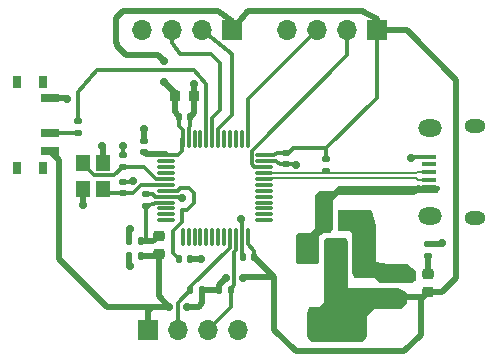
<source format=gbr>
%TF.GenerationSoftware,KiCad,Pcbnew,7.0.5-1.fc38*%
%TF.CreationDate,2023-06-26T00:30:19+03:00*%
%TF.ProjectId,stm32,73746d33-322e-46b6-9963-61645f706362,1.0*%
%TF.SameCoordinates,Original*%
%TF.FileFunction,Copper,L1,Top*%
%TF.FilePolarity,Positive*%
%FSLAX46Y46*%
G04 Gerber Fmt 4.6, Leading zero omitted, Abs format (unit mm)*
G04 Created by KiCad (PCBNEW 7.0.5-1.fc38) date 2023-06-26 00:30:19*
%MOMM*%
%LPD*%
G01*
G04 APERTURE LIST*
G04 Aperture macros list*
%AMRoundRect*
0 Rectangle with rounded corners*
0 $1 Rounding radius*
0 $2 $3 $4 $5 $6 $7 $8 $9 X,Y pos of 4 corners*
0 Add a 4 corners polygon primitive as box body*
4,1,4,$2,$3,$4,$5,$6,$7,$8,$9,$2,$3,0*
0 Add four circle primitives for the rounded corners*
1,1,$1+$1,$2,$3*
1,1,$1+$1,$4,$5*
1,1,$1+$1,$6,$7*
1,1,$1+$1,$8,$9*
0 Add four rect primitives between the rounded corners*
20,1,$1+$1,$2,$3,$4,$5,0*
20,1,$1+$1,$4,$5,$6,$7,0*
20,1,$1+$1,$6,$7,$8,$9,0*
20,1,$1+$1,$8,$9,$2,$3,0*%
G04 Aperture macros list end*
%TA.AperFunction,SMDPad,CuDef*%
%ADD10R,0.800000X1.000000*%
%TD*%
%TA.AperFunction,SMDPad,CuDef*%
%ADD11R,1.500000X0.700000*%
%TD*%
%TA.AperFunction,SMDPad,CuDef*%
%ADD12R,1.200000X1.400000*%
%TD*%
%TA.AperFunction,SMDPad,CuDef*%
%ADD13R,1.500000X2.000000*%
%TD*%
%TA.AperFunction,SMDPad,CuDef*%
%ADD14R,3.800000X2.000000*%
%TD*%
%TA.AperFunction,SMDPad,CuDef*%
%ADD15RoundRect,0.075000X-0.662500X-0.075000X0.662500X-0.075000X0.662500X0.075000X-0.662500X0.075000X0*%
%TD*%
%TA.AperFunction,SMDPad,CuDef*%
%ADD16RoundRect,0.075000X-0.075000X-0.662500X0.075000X-0.662500X0.075000X0.662500X-0.075000X0.662500X0*%
%TD*%
%TA.AperFunction,SMDPad,CuDef*%
%ADD17RoundRect,0.135000X-0.135000X-0.185000X0.135000X-0.185000X0.135000X0.185000X-0.135000X0.185000X0*%
%TD*%
%TA.AperFunction,SMDPad,CuDef*%
%ADD18RoundRect,0.135000X0.135000X0.185000X-0.135000X0.185000X-0.135000X-0.185000X0.135000X-0.185000X0*%
%TD*%
%TA.AperFunction,SMDPad,CuDef*%
%ADD19RoundRect,0.135000X0.185000X-0.135000X0.185000X0.135000X-0.185000X0.135000X-0.185000X-0.135000X0*%
%TD*%
%TA.AperFunction,SMDPad,CuDef*%
%ADD20RoundRect,0.135000X-0.185000X0.135000X-0.185000X-0.135000X0.185000X-0.135000X0.185000X0.135000X0*%
%TD*%
%TA.AperFunction,ComponentPad*%
%ADD21R,1.700000X1.700000*%
%TD*%
%TA.AperFunction,ComponentPad*%
%ADD22O,1.700000X1.700000*%
%TD*%
%TA.AperFunction,SMDPad,CuDef*%
%ADD23R,1.300000X0.450000*%
%TD*%
%TA.AperFunction,ComponentPad*%
%ADD24O,2.000000X1.450000*%
%TD*%
%TA.AperFunction,ComponentPad*%
%ADD25O,1.800000X1.150000*%
%TD*%
%TA.AperFunction,SMDPad,CuDef*%
%ADD26RoundRect,0.218750X-0.256250X0.218750X-0.256250X-0.218750X0.256250X-0.218750X0.256250X0.218750X0*%
%TD*%
%TA.AperFunction,SMDPad,CuDef*%
%ADD27RoundRect,0.250000X-0.250000X-0.475000X0.250000X-0.475000X0.250000X0.475000X-0.250000X0.475000X0*%
%TD*%
%TA.AperFunction,SMDPad,CuDef*%
%ADD28RoundRect,0.250000X0.475000X-0.250000X0.475000X0.250000X-0.475000X0.250000X-0.475000X-0.250000X0*%
%TD*%
%TA.AperFunction,SMDPad,CuDef*%
%ADD29RoundRect,0.140000X0.170000X-0.140000X0.170000X0.140000X-0.170000X0.140000X-0.170000X-0.140000X0*%
%TD*%
%TA.AperFunction,SMDPad,CuDef*%
%ADD30RoundRect,0.140000X-0.140000X-0.170000X0.140000X-0.170000X0.140000X0.170000X-0.140000X0.170000X0*%
%TD*%
%TA.AperFunction,SMDPad,CuDef*%
%ADD31RoundRect,0.140000X0.140000X0.170000X-0.140000X0.170000X-0.140000X-0.170000X0.140000X-0.170000X0*%
%TD*%
%TA.AperFunction,SMDPad,CuDef*%
%ADD32RoundRect,0.225000X-0.225000X-0.250000X0.225000X-0.250000X0.225000X0.250000X-0.225000X0.250000X0*%
%TD*%
%TA.AperFunction,SMDPad,CuDef*%
%ADD33RoundRect,0.140000X-0.170000X0.140000X-0.170000X-0.140000X0.170000X-0.140000X0.170000X0.140000X0*%
%TD*%
%TA.AperFunction,ViaPad*%
%ADD34C,0.700000*%
%TD*%
%TA.AperFunction,Conductor*%
%ADD35C,0.300000*%
%TD*%
%TA.AperFunction,Conductor*%
%ADD36C,0.500000*%
%TD*%
%TA.AperFunction,Conductor*%
%ADD37C,0.200000*%
%TD*%
G04 APERTURE END LIST*
D10*
%TO.P,SW1,*%
%TO.N,*%
X110980000Y-57050000D03*
X108770000Y-49750000D03*
X108770000Y-57050000D03*
X110980000Y-49750000D03*
D11*
%TO.P,SW1,1,A*%
%TO.N,GND*%
X111630000Y-51150000D03*
%TO.P,SW1,2,B*%
%TO.N,/SW_BOOT0*%
X111630000Y-54150000D03*
%TO.P,SW1,3,C*%
%TO.N,+3.3V*%
X111630000Y-55650000D03*
%TD*%
D12*
%TO.P,Y1,1,1*%
%TO.N,/HSE_IN*%
X114400000Y-56620000D03*
%TO.P,Y1,2,2*%
%TO.N,GND*%
X114400000Y-58820000D03*
%TO.P,Y1,3,3*%
%TO.N,/HSE_OUT*%
X116100000Y-58820000D03*
%TO.P,Y1,4,4*%
%TO.N,GND*%
X116100000Y-56620000D03*
%TD*%
D13*
%TO.P,U2,1,GND*%
%TO.N,GND*%
X138100000Y-64050000D03*
D14*
%TO.P,U2,2,VO*%
%TO.N,+3.3V*%
X135800000Y-70350000D03*
D13*
X135800000Y-64050000D03*
%TO.P,U2,3,VI*%
%TO.N,VBUS*%
X133500000Y-64050000D03*
%TD*%
D15*
%TO.P,U1,1,VBAT*%
%TO.N,+3.3V*%
X121425000Y-56000000D03*
%TO.P,U1,2,PC13*%
%TO.N,unconnected-(U1-PC13-Pad2)*%
X121425000Y-56500000D03*
%TO.P,U1,3,PC14*%
%TO.N,unconnected-(U1-PC14-Pad3)*%
X121425000Y-57000000D03*
%TO.P,U1,4,PC15*%
%TO.N,unconnected-(U1-PC15-Pad4)*%
X121425000Y-57500000D03*
%TO.P,U1,5,PD0*%
%TO.N,/HSE_IN*%
X121425000Y-58000000D03*
%TO.P,U1,6,PD1*%
%TO.N,/HSE_OUT*%
X121425000Y-58500000D03*
%TO.P,U1,7,NRST*%
%TO.N,/NRST*%
X121425000Y-59000000D03*
%TO.P,U1,8,VSSA*%
%TO.N,GND*%
X121425000Y-59500000D03*
%TO.P,U1,9,VDDA*%
%TO.N,+3.3VA*%
X121425000Y-60000000D03*
%TO.P,U1,10,PA0*%
%TO.N,unconnected-(U1-PA0-Pad10)*%
X121425000Y-60500000D03*
%TO.P,U1,11,PA1*%
%TO.N,unconnected-(U1-PA1-Pad11)*%
X121425000Y-61000000D03*
%TO.P,U1,12,PA2*%
%TO.N,unconnected-(U1-PA2-Pad12)*%
X121425000Y-61500000D03*
D16*
%TO.P,U1,13,PA3*%
%TO.N,unconnected-(U1-PA3-Pad13)*%
X122837500Y-62912500D03*
%TO.P,U1,14,PA4*%
%TO.N,unconnected-(U1-PA4-Pad14)*%
X123337500Y-62912500D03*
%TO.P,U1,15,PA5*%
%TO.N,unconnected-(U1-PA5-Pad15)*%
X123837500Y-62912500D03*
%TO.P,U1,16,PA6*%
%TO.N,unconnected-(U1-PA6-Pad16)*%
X124337500Y-62912500D03*
%TO.P,U1,17,PA7*%
%TO.N,unconnected-(U1-PA7-Pad17)*%
X124837500Y-62912500D03*
%TO.P,U1,18,PB0*%
%TO.N,unconnected-(U1-PB0-Pad18)*%
X125337500Y-62912500D03*
%TO.P,U1,19,PB1*%
%TO.N,unconnected-(U1-PB1-Pad19)*%
X125837500Y-62912500D03*
%TO.P,U1,20,PB2*%
%TO.N,unconnected-(U1-PB2-Pad20)*%
X126337500Y-62912500D03*
%TO.P,U1,21,PB10*%
%TO.N,/I2C2_SCL*%
X126837500Y-62912500D03*
%TO.P,U1,22,PB11*%
%TO.N,/I2C2_SDA*%
X127337500Y-62912500D03*
%TO.P,U1,23,VSS*%
%TO.N,GND*%
X127837500Y-62912500D03*
%TO.P,U1,24,VDD*%
%TO.N,+3.3V*%
X128337500Y-62912500D03*
D15*
%TO.P,U1,25,PB12*%
%TO.N,unconnected-(U1-PB12-Pad25)*%
X129750000Y-61500000D03*
%TO.P,U1,26,PB13*%
%TO.N,unconnected-(U1-PB13-Pad26)*%
X129750000Y-61000000D03*
%TO.P,U1,27,PB14*%
%TO.N,unconnected-(U1-PB14-Pad27)*%
X129750000Y-60500000D03*
%TO.P,U1,28,PB15*%
%TO.N,unconnected-(U1-PB15-Pad28)*%
X129750000Y-60000000D03*
%TO.P,U1,29,PA8*%
%TO.N,unconnected-(U1-PA8-Pad29)*%
X129750000Y-59500000D03*
%TO.P,U1,30,PA9*%
%TO.N,unconnected-(U1-PA9-Pad30)*%
X129750000Y-59000000D03*
%TO.P,U1,31,PA10*%
%TO.N,unconnected-(U1-PA10-Pad31)*%
X129750000Y-58500000D03*
%TO.P,U1,32,PA11*%
%TO.N,/USB_D-*%
X129750000Y-58000000D03*
%TO.P,U1,33,PA12*%
%TO.N,/USB_D+*%
X129750000Y-57500000D03*
%TO.P,U1,34,PA13*%
%TO.N,/SWDIO*%
X129750000Y-57000000D03*
%TO.P,U1,35,VSS*%
%TO.N,GND*%
X129750000Y-56500000D03*
%TO.P,U1,36,VDD*%
%TO.N,+3.3V*%
X129750000Y-56000000D03*
D16*
%TO.P,U1,37,PA14*%
%TO.N,/SWCLK*%
X128337500Y-54587500D03*
%TO.P,U1,38,PA15*%
%TO.N,unconnected-(U1-PA15-Pad38)*%
X127837500Y-54587500D03*
%TO.P,U1,39,PB3*%
%TO.N,unconnected-(U1-PB3-Pad39)*%
X127337500Y-54587500D03*
%TO.P,U1,40,PB4*%
%TO.N,unconnected-(U1-PB4-Pad40)*%
X126837500Y-54587500D03*
%TO.P,U1,41,PB5*%
%TO.N,unconnected-(U1-PB5-Pad41)*%
X126337500Y-54587500D03*
%TO.P,U1,42,PB6*%
%TO.N,/USART1_TX*%
X125837500Y-54587500D03*
%TO.P,U1,43,PB7*%
%TO.N,/USART1_RX*%
X125337500Y-54587500D03*
%TO.P,U1,44,BOOT0*%
%TO.N,/BOOT0*%
X124837500Y-54587500D03*
%TO.P,U1,45,PB8*%
%TO.N,unconnected-(U1-PB8-Pad45)*%
X124337500Y-54587500D03*
%TO.P,U1,46,PB9*%
%TO.N,unconnected-(U1-PB9-Pad46)*%
X123837500Y-54587500D03*
%TO.P,U1,47,VSS*%
%TO.N,GND*%
X123337500Y-54587500D03*
%TO.P,U1,48,VDD*%
%TO.N,+3.3V*%
X122837500Y-54587500D03*
%TD*%
D17*
%TO.P,R5,2*%
%TO.N,/I2C2_SDA*%
X126910000Y-67400000D03*
%TO.P,R5,1*%
%TO.N,+3.3V*%
X125890000Y-67400000D03*
%TD*%
D18*
%TO.P,R4,1*%
%TO.N,+3.3V*%
X124510000Y-67400000D03*
%TO.P,R4,2*%
%TO.N,/I2C2_SCL*%
X123490000Y-67400000D03*
%TD*%
D19*
%TO.P,R3,1*%
%TO.N,/PWR_LED_K*%
X143600000Y-64510000D03*
%TO.P,R3,2*%
%TO.N,GND*%
X143600000Y-63490000D03*
%TD*%
D20*
%TO.P,R2,2*%
%TO.N,/USB_D+*%
X135000000Y-57310000D03*
%TO.P,R2,1*%
%TO.N,+3.3V*%
X135000000Y-56290000D03*
%TD*%
D19*
%TO.P,R1,1*%
%TO.N,/SW_BOOT0*%
X114000000Y-54110000D03*
%TO.P,R1,2*%
%TO.N,/BOOT0*%
X114000000Y-53090000D03*
%TD*%
D21*
%TO.P,J4,1,Pin_1*%
%TO.N,+3.3V*%
X119860000Y-70800000D03*
D22*
%TO.P,J4,2,Pin_2*%
%TO.N,/I2C2_SCL*%
X122400000Y-70800000D03*
%TO.P,J4,3,Pin_3*%
%TO.N,/I2C2_SDA*%
X124940000Y-70800000D03*
%TO.P,J4,4,Pin_4*%
%TO.N,GND*%
X127480000Y-70800000D03*
%TD*%
D21*
%TO.P,J3,1,Pin_1*%
%TO.N,+3.3V*%
X127000000Y-45400000D03*
D22*
%TO.P,J3,2,Pin_2*%
%TO.N,/USART1_TX*%
X124460000Y-45400000D03*
%TO.P,J3,3,Pin_3*%
%TO.N,/USART1_RX*%
X121920000Y-45400000D03*
%TO.P,J3,4,Pin_4*%
%TO.N,GND*%
X119380000Y-45400000D03*
%TD*%
D21*
%TO.P,J2,1,Pin_1*%
%TO.N,+3.3V*%
X139280000Y-45400000D03*
D22*
%TO.P,J2,2,Pin_2*%
%TO.N,/SWDIO*%
X136740000Y-45400000D03*
%TO.P,J2,3,Pin_3*%
%TO.N,/SWCLK*%
X134200000Y-45400000D03*
%TO.P,J2,4,Pin_4*%
%TO.N,GND*%
X131660000Y-45400000D03*
%TD*%
D23*
%TO.P,J1,1,VBUS*%
%TO.N,VBUS*%
X143700000Y-58700000D03*
%TO.P,J1,2,D-*%
%TO.N,/USB_D-*%
X143700000Y-58050000D03*
%TO.P,J1,3,D+*%
%TO.N,/USB_D+*%
X143700000Y-57400000D03*
%TO.P,J1,4,ID*%
%TO.N,unconnected-(J1-ID-Pad4)*%
X143700000Y-56750000D03*
%TO.P,J1,5,GND*%
%TO.N,GND*%
X143700000Y-56100000D03*
D24*
%TO.P,J1,6,Shield*%
%TO.N,N/C*%
X143750000Y-61125000D03*
X143750000Y-53675000D03*
D25*
X147550000Y-61275000D03*
X147550000Y-53525000D03*
%TD*%
D26*
%TO.P,FB1,1*%
%TO.N,+3.3VA*%
X120800000Y-62812500D03*
%TO.P,FB1,2*%
%TO.N,+3.3V*%
X120800000Y-64387500D03*
%TD*%
%TO.P,D1,1,K*%
%TO.N,/PWR_LED_K*%
X143600000Y-66012500D03*
%TO.P,D1,2,A*%
%TO.N,+3.3V*%
X143600000Y-67587500D03*
%TD*%
D27*
%TO.P,C13,1*%
%TO.N,VBUS*%
X134850000Y-61600000D03*
%TO.P,C13,2*%
%TO.N,GND*%
X136750000Y-61600000D03*
%TD*%
D28*
%TO.P,C12,1*%
%TO.N,+3.3V*%
X140600000Y-68000000D03*
%TO.P,C12,2*%
%TO.N,GND*%
X140600000Y-66100000D03*
%TD*%
D29*
%TO.P,C11,1*%
%TO.N,/HSE_OUT*%
X117750000Y-59200000D03*
%TO.P,C11,2*%
%TO.N,GND*%
X117750000Y-58240000D03*
%TD*%
%TO.P,C10,1*%
%TO.N,/HSE_IN*%
X117750000Y-56970000D03*
%TO.P,C10,2*%
%TO.N,GND*%
X117750000Y-56010000D03*
%TD*%
D30*
%TO.P,C9,1*%
%TO.N,/NRST*%
X122520000Y-64750000D03*
%TO.P,C9,2*%
%TO.N,GND*%
X123480000Y-64750000D03*
%TD*%
D31*
%TO.P,C8,1*%
%TO.N,+3.3V*%
X119280000Y-64500000D03*
%TO.P,C8,2*%
%TO.N,GND*%
X118320000Y-64500000D03*
%TD*%
%TO.P,C7,1*%
%TO.N,+3.3VA*%
X119280000Y-63250000D03*
%TO.P,C7,2*%
%TO.N,GND*%
X118320000Y-63250000D03*
%TD*%
D29*
%TO.P,C6,2*%
%TO.N,GND*%
X119750000Y-59290000D03*
%TO.P,C6,1*%
%TO.N,+3.3VA*%
X119750000Y-60250000D03*
%TD*%
D32*
%TO.P,C5,1*%
%TO.N,+3.3V*%
X122225000Y-51000000D03*
%TO.P,C5,2*%
%TO.N,GND*%
X123775000Y-51000000D03*
%TD*%
D29*
%TO.P,C4,1*%
%TO.N,+3.3V*%
X119587500Y-55730000D03*
%TO.P,C4,2*%
%TO.N,GND*%
X119587500Y-54770000D03*
%TD*%
D31*
%TO.P,C3,1*%
%TO.N,+3.3V*%
X128880000Y-64600000D03*
%TO.P,C3,2*%
%TO.N,GND*%
X127920000Y-64600000D03*
%TD*%
D33*
%TO.P,C2,1*%
%TO.N,+3.3V*%
X131587500Y-55770000D03*
%TO.P,C2,2*%
%TO.N,GND*%
X131587500Y-56730000D03*
%TD*%
D30*
%TO.P,C1,2*%
%TO.N,GND*%
X123480000Y-52750000D03*
%TO.P,C1,1*%
%TO.N,+3.3V*%
X122520000Y-52750000D03*
%TD*%
D34*
%TO.N,GND*%
X118600000Y-58200000D03*
X142200000Y-56200000D03*
%TO.N,+3.3V*%
X121250000Y-48000000D03*
X121250000Y-49750000D03*
%TO.N,GND*%
X116000000Y-55200000D03*
X132400000Y-56800000D03*
X144800000Y-63400000D03*
%TO.N,+3.3V*%
X123200000Y-68800000D03*
X121700500Y-68800000D03*
X126500500Y-66400000D03*
X127899500Y-66400000D03*
%TO.N,GND*%
X117800000Y-55200000D03*
X142200000Y-66200000D03*
X137600000Y-65800000D03*
X138600000Y-65800000D03*
X138200000Y-62000000D03*
X138200000Y-61000000D03*
X122800000Y-59600000D03*
X127800000Y-61400000D03*
X123800000Y-50000000D03*
X113000000Y-51200000D03*
X118400000Y-65400000D03*
X118400000Y-62200000D03*
X114400000Y-60200000D03*
X124400000Y-64800000D03*
X119600000Y-53800000D03*
%TD*%
D35*
%TO.N,GND*%
X118600000Y-58200000D02*
X118360000Y-58240000D01*
X118360000Y-58240000D02*
X117750000Y-58240000D01*
D36*
%TO.N,+3.3V*%
X127000000Y-45400000D02*
X128400000Y-43800000D01*
X128400000Y-43800000D02*
X138000000Y-43800000D01*
X138000000Y-43800000D02*
X139280000Y-44480000D01*
X139280000Y-44480000D02*
X139280000Y-45400000D01*
D35*
%TO.N,GND*%
X142300000Y-56100000D02*
X142200000Y-56200000D01*
X143700000Y-56100000D02*
X142300000Y-56100000D01*
D36*
%TO.N,+3.3V*%
X121250000Y-48000000D02*
X120750000Y-47500000D01*
X117200000Y-44400000D02*
X117800000Y-43800000D01*
X120750000Y-47500000D02*
X118000000Y-47500000D01*
X118000000Y-47500000D02*
X117250000Y-46750000D01*
X117250000Y-46750000D02*
X117250000Y-46500000D01*
X117200000Y-46450000D02*
X117200000Y-44400000D01*
X117250000Y-46500000D02*
X117200000Y-46450000D01*
X117800000Y-43800000D02*
X125800000Y-43800000D01*
X125800000Y-43800000D02*
X127000000Y-44600000D01*
X127000000Y-44600000D02*
X127000000Y-45400000D01*
X122225000Y-51000000D02*
X122225000Y-50725000D01*
X122225000Y-50725000D02*
X121250000Y-49750000D01*
D35*
X135000000Y-55400000D02*
X139280000Y-51120000D01*
X139280000Y-51120000D02*
X139280000Y-45400000D01*
X131587500Y-55770000D02*
X131830000Y-55770000D01*
X131830000Y-55770000D02*
X132200000Y-55400000D01*
X135000000Y-55400000D02*
X135000000Y-56290000D01*
X132200000Y-55400000D02*
X135000000Y-55400000D01*
%TO.N,/SWDIO*%
X136740000Y-47540000D02*
X136740000Y-45400000D01*
X128662500Y-55617500D02*
X136740000Y-47540000D01*
X128662500Y-56751041D02*
X128662500Y-55617500D01*
X128911459Y-57000000D02*
X128662500Y-56751041D01*
X129750000Y-57000000D02*
X128911459Y-57000000D01*
%TO.N,+3.3V*%
X122400000Y-56000000D02*
X121425000Y-56000000D01*
D36*
%TO.N,+3.3VA*%
X119280000Y-63250000D02*
X119800000Y-63250000D01*
X119800000Y-63250000D02*
X120362500Y-63250000D01*
D35*
X119750000Y-60250000D02*
X119750000Y-63200000D01*
X119750000Y-63200000D02*
X119800000Y-63250000D01*
D36*
X120362500Y-63250000D02*
X120800000Y-62812500D01*
%TO.N,GND*%
X116100000Y-55300000D02*
X116000000Y-55200000D01*
X116100000Y-56620000D02*
X116100000Y-55300000D01*
D35*
%TO.N,+3.3V*%
X122837500Y-54587500D02*
X122800000Y-54625000D01*
X122800000Y-54625000D02*
X122800000Y-55600000D01*
X122800000Y-55600000D02*
X122400000Y-56000000D01*
D36*
X119587500Y-55730000D02*
X119757500Y-55900000D01*
X119757500Y-55900000D02*
X121425000Y-55900000D01*
D35*
%TO.N,GND*%
X132330000Y-56730000D02*
X132400000Y-56800000D01*
X131587500Y-56730000D02*
X132330000Y-56730000D01*
D36*
X144710000Y-63490000D02*
X144800000Y-63400000D01*
X143600000Y-63490000D02*
X144710000Y-63490000D01*
%TO.N,+3.3V*%
X139280000Y-45400000D02*
X141800000Y-45400000D01*
X141800000Y-45400000D02*
X146000000Y-49600000D01*
X146000000Y-49600000D02*
X146000000Y-66400000D01*
X146000000Y-66400000D02*
X144800000Y-67600000D01*
X144800000Y-67600000D02*
X144787500Y-67587500D01*
X144787500Y-67587500D02*
X143600000Y-67587500D01*
%TO.N,/PWR_LED_K*%
X143600000Y-64510000D02*
X143600000Y-66012500D01*
%TO.N,+3.3V*%
X119280000Y-64500000D02*
X120687500Y-64500000D01*
X120687500Y-64500000D02*
X120800000Y-64387500D01*
X116400000Y-68800000D02*
X112400000Y-64800000D01*
X120200000Y-68800000D02*
X116400000Y-68800000D01*
X112400000Y-56420000D02*
X111630000Y-55650000D01*
X112400000Y-64800000D02*
X112400000Y-56420000D01*
X119860000Y-70800000D02*
X119860000Y-69140000D01*
X120200000Y-68800000D02*
X121700500Y-68800000D01*
X119860000Y-69140000D02*
X120200000Y-68800000D01*
X124200000Y-68800000D02*
X123200000Y-68800000D01*
X124400000Y-68600000D02*
X124200000Y-68800000D01*
X124510000Y-67400000D02*
X124510000Y-68490000D01*
X124510000Y-68490000D02*
X124400000Y-68600000D01*
X121700500Y-68800000D02*
X120800000Y-67899500D01*
X120800000Y-67899500D02*
X120800000Y-64387500D01*
X125890000Y-67400000D02*
X124510000Y-67400000D01*
X125890000Y-67010500D02*
X125890000Y-67400000D01*
X130600000Y-66320000D02*
X127979500Y-66320000D01*
X127979500Y-66320000D02*
X127899500Y-66400000D01*
X126500500Y-66400000D02*
X125890000Y-67010500D01*
X143187500Y-68000000D02*
X143000000Y-68187500D01*
X143000000Y-68187500D02*
X143000000Y-71200000D01*
X143000000Y-71200000D02*
X141600000Y-72600000D01*
X132400000Y-72600000D02*
X130600000Y-70800000D01*
X141600000Y-72600000D02*
X132400000Y-72600000D01*
X130600000Y-66320000D02*
X128880000Y-64600000D01*
X130600000Y-70800000D02*
X130600000Y-66320000D01*
X140600000Y-68000000D02*
X143187500Y-68000000D01*
X143187500Y-68000000D02*
X143600000Y-67587500D01*
D35*
%TO.N,GND*%
X117750000Y-55250000D02*
X117800000Y-55200000D01*
X117750000Y-56010000D02*
X117750000Y-55250000D01*
%TO.N,/NRST*%
X121425000Y-59000000D02*
X122410050Y-59000000D01*
X122410050Y-59000000D02*
X122610050Y-58800000D01*
X122610050Y-58800000D02*
X123400000Y-58800000D01*
X123400000Y-58800000D02*
X123800000Y-59200000D01*
X123800000Y-59200000D02*
X123800000Y-60000000D01*
X123800000Y-60000000D02*
X123200000Y-60600000D01*
X123200000Y-60600000D02*
X122800000Y-60600000D01*
X122800000Y-60600000D02*
X122800000Y-61611459D01*
X122800000Y-61611459D02*
X122000000Y-62411459D01*
X122000000Y-62411459D02*
X122000000Y-64230000D01*
X122000000Y-64230000D02*
X122520000Y-64750000D01*
%TO.N,GND*%
X122700000Y-59500000D02*
X122800000Y-59600000D01*
X121425000Y-59500000D02*
X122700000Y-59500000D01*
X127837500Y-61437500D02*
X127800000Y-61400000D01*
X127837500Y-62912500D02*
X127837500Y-61437500D01*
D36*
X123775000Y-50025000D02*
X123800000Y-50000000D01*
X123775000Y-51000000D02*
X123775000Y-50025000D01*
X112950000Y-51150000D02*
X113000000Y-51200000D01*
X111630000Y-51150000D02*
X112950000Y-51150000D01*
X118320000Y-65320000D02*
X118400000Y-65400000D01*
X118320000Y-64500000D02*
X118320000Y-65320000D01*
X118320000Y-62280000D02*
X118400000Y-62200000D01*
X118320000Y-63250000D02*
X118320000Y-62280000D01*
X114400000Y-58820000D02*
X114400000Y-60200000D01*
X124350000Y-64750000D02*
X124400000Y-64800000D01*
X123480000Y-64750000D02*
X124350000Y-64750000D01*
X119587500Y-53812500D02*
X119600000Y-53800000D01*
X119587500Y-54770000D02*
X119587500Y-53812500D01*
D35*
%TO.N,/I2C2_SDA*%
X126910000Y-67400000D02*
X126910000Y-68830000D01*
X126910000Y-68830000D02*
X124940000Y-70800000D01*
%TO.N,/I2C2_SCL*%
X122400000Y-70800000D02*
X122400000Y-68490000D01*
X122400000Y-68490000D02*
X123490000Y-67400000D01*
X126837500Y-62912500D02*
X126837500Y-63836394D01*
X123490000Y-67183894D02*
X123490000Y-67400000D01*
X126837500Y-63836394D02*
X123490000Y-67183894D01*
%TO.N,/I2C2_SDA*%
X127337500Y-62912500D02*
X127337500Y-63979535D01*
X127200000Y-67000000D02*
X126910000Y-67400000D01*
X127337500Y-63979535D02*
X127200000Y-64200000D01*
X127200000Y-64200000D02*
X127200000Y-67000000D01*
%TO.N,+3.3V*%
X128337500Y-62912500D02*
X128337500Y-63537500D01*
X128337500Y-63537500D02*
X128880000Y-64080000D01*
X128880000Y-64080000D02*
X128880000Y-64600000D01*
%TO.N,/SW_BOOT0*%
X114000000Y-54110000D02*
X111670000Y-54110000D01*
X111670000Y-54110000D02*
X111630000Y-54150000D01*
%TO.N,/BOOT0*%
X124837500Y-54587500D02*
X124837500Y-50000000D01*
X124837500Y-50000000D02*
X123800000Y-48800000D01*
X114000000Y-50600000D02*
X114000000Y-53090000D01*
X123800000Y-48800000D02*
X115600000Y-48800000D01*
X115600000Y-48800000D02*
X114000000Y-50600000D01*
%TO.N,/USART1_RX*%
X125337500Y-54587500D02*
X125337500Y-52862500D01*
X125337500Y-52862500D02*
X126000000Y-52200000D01*
X126000000Y-52200000D02*
X126000000Y-48200000D01*
X125200000Y-47400000D02*
X122600000Y-47400000D01*
X126000000Y-48200000D02*
X125200000Y-47400000D01*
X122600000Y-47400000D02*
X122000000Y-46600000D01*
X122000000Y-46600000D02*
X121920000Y-46480000D01*
X121920000Y-46480000D02*
X121920000Y-45400000D01*
%TO.N,/USART1_TX*%
X125837500Y-54587500D02*
X125837500Y-53748959D01*
X127000000Y-47400000D02*
X124460000Y-45400000D01*
X125837500Y-53748959D02*
X127000000Y-52586459D01*
X127000000Y-52586459D02*
X127000000Y-47400000D01*
%TO.N,/SWCLK*%
X128337500Y-54587500D02*
X128337500Y-51262500D01*
X128337500Y-51262500D02*
X134200000Y-45400000D01*
D37*
%TO.N,/USB_D+*%
X129750000Y-57500000D02*
X142624999Y-57500000D01*
X142624999Y-57500000D02*
X142724999Y-57400000D01*
X142724999Y-57400000D02*
X143700000Y-57400000D01*
%TO.N,/USB_D-*%
X129750000Y-58000000D02*
X129800000Y-57950000D01*
X129800000Y-57950000D02*
X142624999Y-57950000D01*
X142624999Y-57950000D02*
X142724999Y-58050000D01*
X142724999Y-58050000D02*
X143700000Y-58050000D01*
D35*
%TO.N,/HSE_IN*%
X117750000Y-56970000D02*
X117050000Y-57670000D01*
X115350000Y-57670000D02*
X114400000Y-56720000D01*
X117050000Y-57670000D02*
X115350000Y-57670000D01*
X114400000Y-56720000D02*
X114400000Y-56620000D01*
X121425000Y-58000000D02*
X120586459Y-58000000D01*
X120586459Y-58000000D02*
X119556459Y-56970000D01*
X119556459Y-56970000D02*
X117750000Y-56970000D01*
%TO.N,/HSE_OUT*%
X117750000Y-59200000D02*
X116480000Y-59200000D01*
X116480000Y-59200000D02*
X116100000Y-58820000D01*
X121425000Y-58500000D02*
X119300000Y-58500000D01*
X119300000Y-58500000D02*
X118600000Y-59200000D01*
X118600000Y-59200000D02*
X117750000Y-59200000D01*
D36*
%TO.N,+3.3V*%
X122252500Y-52452500D02*
X122547500Y-52747500D01*
X122200000Y-50872500D02*
X122200000Y-52327500D01*
%TO.N,GND*%
X123775000Y-51000000D02*
X123775000Y-52455000D01*
X123775000Y-52455000D02*
X123480000Y-52750000D01*
D35*
X129750000Y-56500000D02*
X130700000Y-56500000D01*
X130700000Y-56500000D02*
X130800000Y-56600000D01*
X130800000Y-56600000D02*
X131070000Y-56730000D01*
X131070000Y-56730000D02*
X131587500Y-56730000D01*
%TO.N,+3.3V*%
X129750000Y-56000000D02*
X130600000Y-56000000D01*
X130600000Y-56000000D02*
X130830000Y-55770000D01*
X130830000Y-55770000D02*
X131587500Y-55770000D01*
%TO.N,GND*%
X127837500Y-62912500D02*
X127837500Y-64482500D01*
%TO.N,+3.3VA*%
X121425000Y-60000000D02*
X120600000Y-60000000D01*
X120600000Y-60000000D02*
X119750000Y-60250000D01*
%TO.N,GND*%
X119750000Y-59290000D02*
X120290000Y-59290000D01*
X120290000Y-59290000D02*
X120500000Y-59500000D01*
X121425000Y-59500000D02*
X120500000Y-59500000D01*
X123337500Y-54587500D02*
X123337500Y-53662500D01*
X123337500Y-53662500D02*
X123480000Y-53520000D01*
X123480000Y-53520000D02*
X123480000Y-52750000D01*
%TO.N,+3.3V*%
X122837500Y-54587500D02*
X122837500Y-53837500D01*
X122837500Y-53837500D02*
X122520000Y-53520000D01*
X122520000Y-53520000D02*
X122520000Y-52750000D01*
%TD*%
%TA.AperFunction,Conductor*%
%TO.N,GND*%
G36*
X138773506Y-60619685D02*
G01*
X138819261Y-60672489D01*
X138825696Y-60689935D01*
X139195229Y-61983301D01*
X139200000Y-62017366D01*
X139200000Y-65000000D01*
X140200000Y-65200000D01*
X141758667Y-65200000D01*
X141825706Y-65219685D01*
X141833067Y-65224800D01*
X142550400Y-65762800D01*
X142592221Y-65818771D01*
X142600000Y-65862000D01*
X142600000Y-66523364D01*
X142580315Y-66590403D01*
X142531454Y-66634273D01*
X142226182Y-66786909D01*
X142170728Y-66800000D01*
X139637544Y-66800000D01*
X139570505Y-66780315D01*
X139568761Y-66779174D01*
X139351410Y-66634273D01*
X139285605Y-66590403D01*
X139000000Y-66400000D01*
X137476636Y-66400000D01*
X137409597Y-66380315D01*
X137365727Y-66331454D01*
X137213091Y-66026181D01*
X137200000Y-65970727D01*
X137200000Y-62600000D01*
X137000000Y-62400000D01*
X136124000Y-62400000D01*
X136056961Y-62380315D01*
X136011206Y-62327511D01*
X136000000Y-62276000D01*
X136000000Y-60724000D01*
X136019685Y-60656961D01*
X136072489Y-60611206D01*
X136124000Y-60600000D01*
X138706467Y-60600000D01*
X138773506Y-60619685D01*
G37*
%TD.AperFunction*%
%TD*%
%TA.AperFunction,Conductor*%
%TO.N,+3.3V*%
G36*
X136615677Y-63019685D02*
G01*
X136636319Y-63036319D01*
X136763681Y-63163681D01*
X136797166Y-63225004D01*
X136800000Y-63251361D01*
X136800000Y-65200000D01*
X136800000Y-67200000D01*
X140970728Y-67200000D01*
X141026182Y-67213091D01*
X141731454Y-67565727D01*
X141782613Y-67613314D01*
X141800000Y-67676636D01*
X141800000Y-68548638D01*
X141780315Y-68615677D01*
X141763681Y-68636319D01*
X141436319Y-68963681D01*
X141374996Y-68997166D01*
X141348638Y-69000000D01*
X138999999Y-69000000D01*
X138399999Y-69600000D01*
X138400000Y-71348638D01*
X138380315Y-71415677D01*
X138363681Y-71436319D01*
X138036319Y-71763681D01*
X137974996Y-71797166D01*
X137948638Y-71800000D01*
X133851362Y-71800000D01*
X133784323Y-71780315D01*
X133763681Y-71763681D01*
X133436319Y-71436319D01*
X133402834Y-71374996D01*
X133400000Y-71348638D01*
X133400000Y-69229272D01*
X133413091Y-69173818D01*
X133518160Y-68963681D01*
X133565727Y-68868546D01*
X133613314Y-68817387D01*
X133676636Y-68800000D01*
X134400000Y-68800000D01*
X134800000Y-68400000D01*
X134800000Y-63251361D01*
X134819685Y-63184323D01*
X134836319Y-63163681D01*
X134963681Y-63036319D01*
X135025004Y-63002834D01*
X135051362Y-63000000D01*
X136548638Y-63000000D01*
X136615677Y-63019685D01*
G37*
%TD.AperFunction*%
%TD*%
%TA.AperFunction,Conductor*%
%TO.N,VBUS*%
G36*
X142818347Y-58484165D02*
G01*
X142862695Y-58512666D01*
X142877235Y-58527206D01*
X142980009Y-58572585D01*
X143005135Y-58575500D01*
X144394864Y-58575499D01*
X144394879Y-58575497D01*
X144394882Y-58575497D01*
X144419987Y-58572586D01*
X144419987Y-58572585D01*
X144419991Y-58572585D01*
X144425913Y-58569969D01*
X144495192Y-58560898D01*
X144558377Y-58590721D01*
X144595408Y-58649971D01*
X144600000Y-58683404D01*
X144600000Y-58770728D01*
X144586909Y-58826182D01*
X144481841Y-59036319D01*
X144434273Y-59131454D01*
X144386686Y-59182613D01*
X144323364Y-59200000D01*
X142800000Y-59200000D01*
X142426181Y-59386909D01*
X142370728Y-59400000D01*
X135999999Y-59400000D01*
X135600000Y-59799999D01*
X135600000Y-62170728D01*
X135586909Y-62226182D01*
X135434273Y-62531454D01*
X135386686Y-62582613D01*
X135323364Y-62600000D01*
X134799999Y-62600000D01*
X134400001Y-62799998D01*
X134400000Y-62800000D01*
X134400000Y-64948638D01*
X134380315Y-65015677D01*
X134363681Y-65036319D01*
X134236319Y-65163681D01*
X134174996Y-65197166D01*
X134148638Y-65200000D01*
X132651362Y-65200000D01*
X132584323Y-65180315D01*
X132563681Y-65163681D01*
X132436319Y-65036319D01*
X132402834Y-64974996D01*
X132400000Y-64948638D01*
X132400000Y-62851362D01*
X132419685Y-62784323D01*
X132436319Y-62763681D01*
X132563681Y-62636319D01*
X132625004Y-62602834D01*
X132651362Y-62600000D01*
X133600000Y-62600000D01*
X134000000Y-62200000D01*
X134000000Y-59451358D01*
X134019684Y-59384323D01*
X134036313Y-59363686D01*
X134363681Y-59036318D01*
X134425004Y-59002834D01*
X134451362Y-59000000D01*
X135600000Y-59000000D01*
X135963681Y-58636318D01*
X136025004Y-58602834D01*
X136051362Y-58600000D01*
X142599999Y-58600000D01*
X142600000Y-58600000D01*
X142687336Y-58512663D01*
X142748655Y-58479181D01*
X142818347Y-58484165D01*
G37*
%TD.AperFunction*%
%TD*%
M02*

</source>
